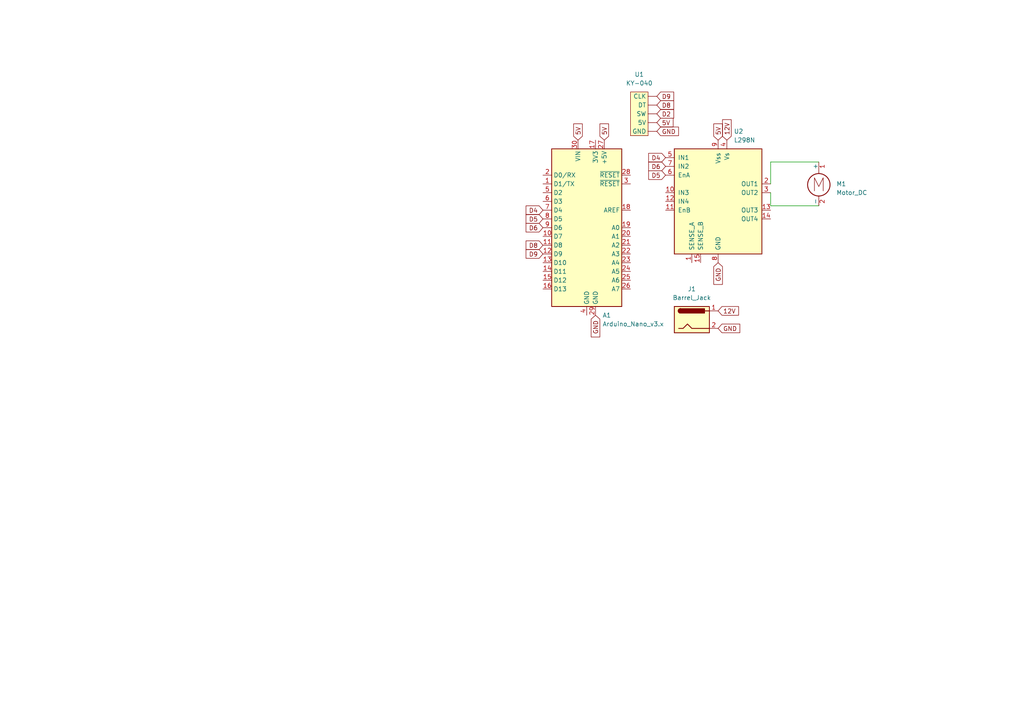
<source format=kicad_sch>
(kicad_sch (version 20211123) (generator eeschema)
  (paper "A4")
  (lib_symbols
    (symbol "Common Modules:KY-040"
      (property "Reference" "U" (at -5.08 3.81 0))
      (property "Value" "KY-040" (at 0 3.81 0))
      (symbol "KY-040_0_1"
        (rectangle (start -6.35 2.54) (end 6.35 -2.54) (fill (type background)))
      )
      (symbol "KY-040_1_1"
        (pin power_in line (at -2.54 -5.08 90) (length 2.54) (name "5V") (number ""))
        (pin output line (at 5.08 -5.08 90) (length 2.54) (name "CLK") (number ""))
        (pin output line (at 2.54 -5.08 90) (length 2.54) (name "DT") (number ""))
        (pin power_in line (at -5.08 -5.08 90) (length 2.54) (name "GND") (number ""))
        (pin output line (at 0 -5.08 90) (length 2.54) (name "SW") (number ""))
      )
    )
    (symbol "Connector:Barrel_Jack" (pin_names (offset 1.016))
      (property "Reference" "J" (at 0 5.334 0))
      (property "Value" "Barrel_Jack" (at 0 -5.08 0))
      (symbol "Barrel_Jack_0_1"
        (rectangle (start -5.08 3.81) (end 5.08 -3.81) (stroke (width 0.254)) (fill (type background)))
        (arc (start -3.302 3.175) (mid -3.937 2.54) (end -3.302 1.905) (stroke (width 0.254)))
        (arc (start -3.302 3.175) (mid -3.937 2.54) (end -3.302 1.905) (stroke (width 0.254)) (fill (type outline)))
        (polyline (pts (xy 5.08 2.54) (xy 3.81 2.54)) (stroke (width 0.254)))
        (polyline (pts (xy -3.81 -2.54) (xy -2.54 -2.54) (xy -1.27 -1.27) (xy 0 -2.54) (xy 2.54 -2.54) (xy 5.08 -2.54)) (stroke (width 0.254)))
        (rectangle (start 3.683 3.175) (end -3.302 1.905) (stroke (width 0.254)) (fill (type outline)))
      )
      (symbol "Barrel_Jack_1_1"
        (pin passive line (at 7.62 2.54 180) (length 2.54) (name "~") (number "1"))
        (pin passive line (at 7.62 -2.54 180) (length 2.54) (name "~") (number "2"))
      )
    )
    (symbol "Driver_Motor:L298N" (pin_names (offset 1.016))
      (property "Reference" "U" (at -10.16 16.51 0))
      (property "Value" "L298N" (at 12.7 16.51 0))
      (symbol "L298N_0_1"
        (rectangle (start -12.7 15.24) (end 12.7 -15.24) (stroke (width 0.254)) (fill (type background)))
      )
      (symbol "L298N_1_1"
        (pin power_in line (at -7.62 -17.78 90) (length 2.54) (name "SENSE_A") (number "1"))
        (pin input line (at -15.24 2.54 0) (length 2.54) (name "IN3") (number "10"))
        (pin input line (at -15.24 -2.54 0) (length 2.54) (name "EnB") (number "11"))
        (pin input line (at -15.24 0 0) (length 2.54) (name "IN4") (number "12"))
        (pin output line (at 15.24 -2.54 180) (length 2.54) (name "OUT3") (number "13"))
        (pin output line (at 15.24 -5.08 180) (length 2.54) (name "OUT4") (number "14"))
        (pin power_in line (at -5.08 -17.78 90) (length 2.54) (name "SENSE_B") (number "15"))
        (pin output line (at 15.24 5.08 180) (length 2.54) (name "OUT1") (number "2"))
        (pin output line (at 15.24 2.54 180) (length 2.54) (name "OUT2") (number "3"))
        (pin power_in line (at 2.54 17.78 270) (length 2.54) (name "Vs") (number "4"))
        (pin input line (at -15.24 12.7 0) (length 2.54) (name "IN1") (number "5"))
        (pin input line (at -15.24 7.62 0) (length 2.54) (name "EnA") (number "6"))
        (pin input line (at -15.24 10.16 0) (length 2.54) (name "IN2") (number "7"))
        (pin power_in line (at 0 -17.78 90) (length 2.54) (name "GND") (number "8"))
        (pin power_in line (at 0 17.78 270) (length 2.54) (name "Vss") (number "9"))
      )
    )
    (symbol "MCU_Module:Arduino_Nano_v3.x"
      (property "Reference" "A" (at -10.16 23.495 0))
      (property "Value" "Arduino_Nano_v3.x" (at 5.08 -24.13 0))
      (symbol "Arduino_Nano_v3.x_0_1"
        (rectangle (start -10.16 22.86) (end 10.16 -22.86) (stroke (width 0.254)) (fill (type background)))
      )
      (symbol "Arduino_Nano_v3.x_1_1"
        (pin bidirectional line (at -12.7 12.7 0) (length 2.54) (name "D1/TX") (number "1"))
        (pin bidirectional line (at -12.7 -2.54 0) (length 2.54) (name "D7") (number "10"))
        (pin bidirectional line (at -12.7 -5.08 0) (length 2.54) (name "D8") (number "11"))
        (pin bidirectional line (at -12.7 -7.62 0) (length 2.54) (name "D9") (number "12"))
        (pin bidirectional line (at -12.7 -10.16 0) (length 2.54) (name "D10") (number "13"))
        (pin bidirectional line (at -12.7 -12.7 0) (length 2.54) (name "D11") (number "14"))
        (pin bidirectional line (at -12.7 -15.24 0) (length 2.54) (name "D12") (number "15"))
        (pin bidirectional line (at -12.7 -17.78 0) (length 2.54) (name "D13") (number "16"))
        (pin power_out line (at 2.54 25.4 270) (length 2.54) (name "3V3") (number "17"))
        (pin input line (at 12.7 5.08 180) (length 2.54) (name "AREF") (number "18"))
        (pin bidirectional line (at 12.7 0 180) (length 2.54) (name "A0") (number "19"))
        (pin bidirectional line (at -12.7 15.24 0) (length 2.54) (name "D0/RX") (number "2"))
        (pin bidirectional line (at 12.7 -2.54 180) (length 2.54) (name "A1") (number "20"))
        (pin bidirectional line (at 12.7 -5.08 180) (length 2.54) (name "A2") (number "21"))
        (pin bidirectional line (at 12.7 -7.62 180) (length 2.54) (name "A3") (number "22"))
        (pin bidirectional line (at 12.7 -10.16 180) (length 2.54) (name "A4") (number "23"))
        (pin bidirectional line (at 12.7 -12.7 180) (length 2.54) (name "A5") (number "24"))
        (pin bidirectional line (at 12.7 -15.24 180) (length 2.54) (name "A6") (number "25"))
        (pin bidirectional line (at 12.7 -17.78 180) (length 2.54) (name "A7") (number "26"))
        (pin power_out line (at 5.08 25.4 270) (length 2.54) (name "+5V") (number "27"))
        (pin input line (at 12.7 15.24 180) (length 2.54) (name "~{RESET}") (number "28"))
        (pin power_in line (at 2.54 -25.4 90) (length 2.54) (name "GND") (number "29"))
        (pin input line (at 12.7 12.7 180) (length 2.54) (name "~{RESET}") (number "3"))
        (pin power_in line (at -2.54 25.4 270) (length 2.54) (name "VIN") (number "30"))
        (pin power_in line (at 0 -25.4 90) (length 2.54) (name "GND") (number "4"))
        (pin bidirectional line (at -12.7 10.16 0) (length 2.54) (name "D2") (number "5"))
        (pin bidirectional line (at -12.7 7.62 0) (length 2.54) (name "D3") (number "6"))
        (pin bidirectional line (at -12.7 5.08 0) (length 2.54) (name "D4") (number "7"))
        (pin bidirectional line (at -12.7 2.54 0) (length 2.54) (name "D5") (number "8"))
        (pin bidirectional line (at -12.7 0 0) (length 2.54) (name "D6") (number "9"))
      )
    )
    (symbol "Motor:Motor_DC" (pin_names (offset 0))
      (property "Reference" "M" (at 2.54 2.54 0))
      (property "Value" "Motor_DC" (at 2.54 -5.08 0))
      (symbol "Motor_DC_0_0"
        (polyline (pts (xy -1.27 -3.302) (xy -1.27 0.508) (xy 0 -2.032) (xy 1.27 0.508) (xy 1.27 -3.302)))
      )
      (symbol "Motor_DC_0_1"
        (circle (center 0 -1.524) (radius 3.2512) (stroke (width 0.254)))
        (polyline (pts (xy 0 -7.62) (xy 0 -7.112)))
        (polyline (pts (xy 0 -4.7752) (xy 0 -5.1816)))
        (polyline (pts (xy 0 1.7272) (xy 0 2.0828)))
        (polyline (pts (xy 0 2.032) (xy 0 2.54)))
      )
      (symbol "Motor_DC_1_1"
        (pin passive line (at 0 5.08 270) (length 2.54) (name "+") (number "1"))
        (pin passive line (at 0 -7.62 90) (length 2.54) (name "-") (number "2"))
      )
    )
  )
  (wire (pts (xy 223.52 53.34) (xy 223.52 46.99)))
  (wire (pts (xy 237.49 59.69) (xy 223.52 59.69)))
  (wire (pts (xy 223.52 59.69) (xy 223.52 55.88)))
  (wire (pts (xy 223.52 46.99) (xy 237.49 46.99)))
  (global_label "D9" (shape input) (at 157.48 73.66 180) (property "Intersheet References" "${INTERSHEET_REFS}" (effects hide)))
  (global_label "5V" (shape input) (at 167.64 40.64 90) (property "Intersheet References" "${INTERSHEET_REFS}" (effects hide)))
  (global_label "D8" (shape input) (at 190.5 30.48 0) (property "Intersheet References" "${INTERSHEET_REFS}" (effects hide)))
  (global_label "D5" (shape input) (at 193.04 50.8 180) (property "Intersheet References" "${INTERSHEET_REFS}" (effects hide)))
  (global_label "GND" (shape input) (at 208.28 95.25 0) (property "Intersheet References" "${INTERSHEET_REFS}" (effects hide)))
  (global_label "D2" (shape input) (at 190.5 33.02 0) (property "Intersheet References" "${INTERSHEET_REFS}" (effects hide)))
  (global_label "GND" (shape input) (at 208.28 76.2 270) (property "Intersheet References" "${INTERSHEET_REFS}" (effects hide)))
  (global_label "D8" (shape input) (at 157.48 71.12 180) (property "Intersheet References" "${INTERSHEET_REFS}" (effects hide)))
  (global_label "D4" (shape input) (at 193.04 45.72 180) (property "Intersheet References" "${INTERSHEET_REFS}" (effects hide)))
  (global_label "D9" (shape input) (at 190.5 27.94 0) (property "Intersheet References" "${INTERSHEET_REFS}" (effects hide)))
  (global_label "12V" (shape input) (at 208.28 90.17 0) (property "Intersheet References" "${INTERSHEET_REFS}" (effects hide)))
  (global_label "12V" (shape input) (at 210.82 40.64 90) (property "Intersheet References" "${INTERSHEET_REFS}" (effects hide)))
  (global_label "GND" (shape input) (at 190.5 38.1 0) (property "Intersheet References" "${INTERSHEET_REFS}" (effects hide)))
  (global_label "5V" (shape input) (at 208.28 40.64 90) (property "Intersheet References" "${INTERSHEET_REFS}" (effects hide)))
  (global_label "D6" (shape input) (at 193.04 48.26 180) (property "Intersheet References" "${INTERSHEET_REFS}" (effects hide)))
  (global_label "GND" (shape input) (at 172.72 91.44 270) (property "Intersheet References" "${INTERSHEET_REFS}" (effects hide)))
  (global_label "D4" (shape input) (at 157.48 60.96 180) (property "Intersheet References" "${INTERSHEET_REFS}" (effects hide)))
  (global_label "D5" (shape input) (at 157.48 63.5 180) (property "Intersheet References" "${INTERSHEET_REFS}" (effects hide)))
  (global_label "D6" (shape input) (at 157.48 66.04 180) (property "Intersheet References" "${INTERSHEET_REFS}" (effects hide)))
  (global_label "5V" (shape input) (at 190.5 35.56 0) (property "Intersheet References" "${INTERSHEET_REFS}" (effects hide)))
  (global_label "5V" (shape input) (at 175.26 40.64 90) (property "Intersheet References" "${INTERSHEET_REFS}" (effects hide)))
  (symbol (lib_id "MCU_Module:Arduino_Nano_v3.x") (at 170.18 66.04 0) (unit 1)
    (property "Reference" "A1" (at 174.7394 91.44 0) (effects (justify left)))
    (property "Value" "Arduino_Nano_v3.x" (at 174.7394 93.98 0) (effects (justify left)))
    (property "Footprint" "Module:Arduino_Nano" (effects hide))
    (property "Datasheet" "http://www.mouser.com/pdfdocs/Gravitech_Arduino_Nano3_0.pdf" (effects hide))
  )
  (symbol (lib_id "Connector:Barrel_Jack") (at 200.66 92.71 0) (unit 1)
    (property "Reference" "J1" (at 200.66 83.82 0))
    (property "Value" "Barrel_Jack" (at 200.66 86.36 0))
  )
  (symbol (lib_id "Driver_Motor:L298N") (at 208.28 58.42 0) (unit 1)
    (property "Reference" "U2" (at 212.8394 38.1 0) (effects (justify left)))
    (property "Value" "L298N" (at 212.8394 40.64 0) (effects (justify left)))
    (property "Footprint" "Package_TO_SOT_THT:TO-220-15_P2.54x2.54mm_StaggerOdd_Lead4.58mm_Vertical" (effects hide))
    (property "Datasheet" "http://www.st.com/st-web-ui/static/active/en/resource/technical/document/datasheet/CD00000240.pdf" (effects hide))
  )
  (symbol (lib_id "Common Modules:KY-040") (at 185.42 33.02 90) (unit 1)
    (property "Reference" "U1" (at 185.42 21.59 90))
    (property "Value" "KY-040" (at 185.42 24.13 90))
  )
  (symbol (lib_id "Motor:Motor_DC") (at 237.49 52.07 0) (unit 1)
    (property "Reference" "M1" (at 242.57 53.3399 0) (effects (justify left)))
    (property "Value" "Motor_DC" (at 242.57 55.8799 0) (effects (justify left)))
  )
)
</source>
